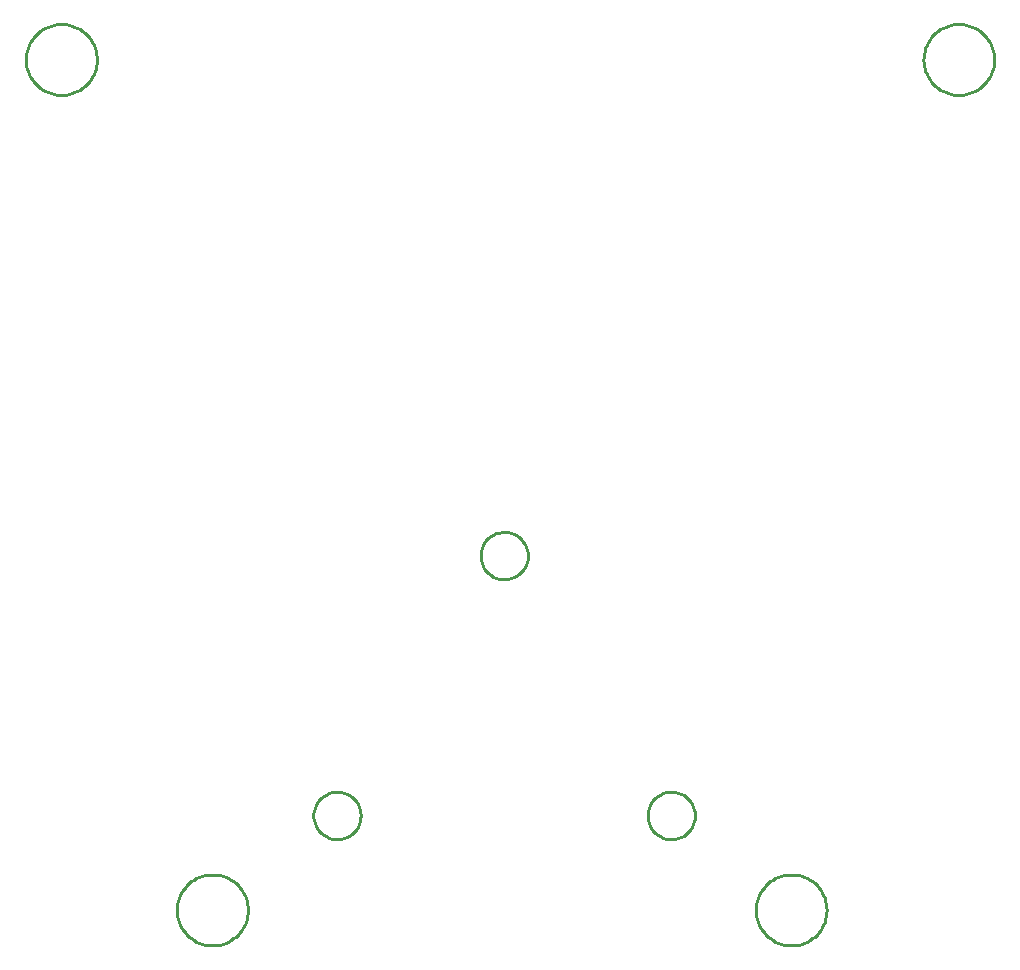
<source format=gbo>
G04*
G04 #@! TF.GenerationSoftware,Altium Limited,Altium Designer,22.1.2 (22)*
G04*
G04 Layer_Color=32896*
%FSLAX25Y25*%
%MOIN*%
G70*
G04*
G04 #@! TF.SameCoordinates,0AB73392-B4F8-4B41-AFD0-4ADCA8AC720B*
G04*
G04*
G04 #@! TF.FilePolarity,Positive*
G04*
G01*
G75*
%ADD10C,0.01000*%
D10*
X280709Y15748D02*
X280666Y16750D01*
X280539Y17744D01*
X280328Y18724D01*
X280034Y19683D01*
X279660Y20613D01*
X279209Y21508D01*
X278683Y22362D01*
X278087Y23168D01*
X277425Y23921D01*
X276701Y24614D01*
X275921Y25244D01*
X275090Y25806D01*
X274215Y26294D01*
X273301Y26707D01*
X272356Y27041D01*
X271386Y27294D01*
X270398Y27463D01*
X269399Y27548D01*
X268396D01*
X267397Y27463D01*
X266409Y27294D01*
X265439Y27041D01*
X264494Y26707D01*
X263580Y26294D01*
X262705Y25806D01*
X261874Y25244D01*
X261094Y24614D01*
X260371Y23921D01*
X259708Y23168D01*
X259112Y22362D01*
X258586Y21508D01*
X258135Y20613D01*
X257761Y19683D01*
X257468Y18724D01*
X257257Y17744D01*
X257129Y16750D01*
X257087Y15748D01*
X257129Y14746D01*
X257257Y13752D01*
X257468Y12772D01*
X257761Y11813D01*
X258135Y10883D01*
X258586Y9988D01*
X259112Y9134D01*
X259708Y8328D01*
X260371Y7576D01*
X261094Y6882D01*
X261874Y6252D01*
X262705Y5691D01*
X263580Y5202D01*
X264494Y4789D01*
X265439Y4455D01*
X266409Y4202D01*
X267397Y4033D01*
X268396Y3948D01*
X269399D01*
X270398Y4033D01*
X271386Y4202D01*
X272356Y4455D01*
X273302Y4789D01*
X274215Y5202D01*
X275090Y5691D01*
X275921Y6252D01*
X276701Y6882D01*
X277425Y7576D01*
X278087Y8328D01*
X278683Y9134D01*
X279209Y9988D01*
X279660Y10883D01*
X280034Y11813D01*
X280328Y12772D01*
X280539Y13752D01*
X280666Y14746D01*
X280709Y15748D01*
X87795D02*
X87753Y16750D01*
X87625Y17744D01*
X87414Y18724D01*
X87121Y19683D01*
X86747Y20613D01*
X86295Y21508D01*
X85770Y22362D01*
X85174Y23168D01*
X84511Y23921D01*
X83788Y24614D01*
X83008Y25244D01*
X82177Y25806D01*
X81302Y26294D01*
X80388Y26707D01*
X79443Y27041D01*
X78473Y27294D01*
X77485Y27463D01*
X76486Y27548D01*
X75483D01*
X74484Y27463D01*
X73496Y27294D01*
X72526Y27041D01*
X71580Y26707D01*
X70667Y26294D01*
X69792Y25806D01*
X68961Y25244D01*
X68181Y24614D01*
X67457Y23921D01*
X66795Y23168D01*
X66199Y22362D01*
X65673Y21508D01*
X65222Y20613D01*
X64848Y19683D01*
X64554Y18724D01*
X64343Y17744D01*
X64216Y16750D01*
X64173Y15748D01*
X64216Y14746D01*
X64343Y13752D01*
X64554Y12772D01*
X64848Y11813D01*
X65222Y10883D01*
X65673Y9988D01*
X66199Y9134D01*
X66795Y8328D01*
X67457Y7576D01*
X68181Y6882D01*
X68961Y6252D01*
X69792Y5691D01*
X70667Y5202D01*
X71580Y4789D01*
X72526Y4455D01*
X73496Y4202D01*
X74484Y4033D01*
X75483Y3948D01*
X76486D01*
X77485Y4033D01*
X78473Y4202D01*
X79443Y4455D01*
X80388Y4789D01*
X81302Y5202D01*
X82177Y5691D01*
X83008Y6252D01*
X83788Y6882D01*
X84511Y7576D01*
X85174Y8328D01*
X85770Y9134D01*
X86295Y9988D01*
X86747Y10883D01*
X87121Y11813D01*
X87414Y12772D01*
X87625Y13752D01*
X87753Y14746D01*
X87795Y15748D01*
X181102Y133858D02*
X181038Y134865D01*
X180845Y135855D01*
X180527Y136813D01*
X180089Y137722D01*
X179539Y138568D01*
X178885Y139336D01*
X178138Y140014D01*
X177310Y140592D01*
X176416Y141058D01*
X175469Y141407D01*
X174485Y141631D01*
X173481Y141728D01*
X172472Y141696D01*
X171476Y141535D01*
X170509Y141248D01*
X169586Y140839D01*
X168723Y140316D01*
X167935Y139687D01*
X167233Y138962D01*
X166629Y138154D01*
X166134Y137275D01*
X165755Y136339D01*
X165499Y135363D01*
X165371Y134363D01*
Y133354D01*
X165499Y132353D01*
X165755Y131377D01*
X166134Y130442D01*
X166629Y129563D01*
X167233Y128754D01*
X167935Y128029D01*
X168723Y127400D01*
X169586Y126877D01*
X170509Y126469D01*
X171476Y126182D01*
X172472Y126021D01*
X173481Y125988D01*
X174485Y126085D01*
X175469Y126310D01*
X176416Y126658D01*
X177310Y127125D01*
X178138Y127702D01*
X178885Y128380D01*
X179539Y129149D01*
X180089Y129994D01*
X180527Y130903D01*
X180845Y131861D01*
X181038Y132851D01*
X181102Y133858D01*
X125394Y47244D02*
X125329Y48251D01*
X125136Y49241D01*
X124818Y50199D01*
X124381Y51108D01*
X123830Y51954D01*
X123176Y52722D01*
X122429Y53400D01*
X121601Y53978D01*
X120707Y54444D01*
X119760Y54793D01*
X118776Y55017D01*
X117772Y55114D01*
X116764Y55082D01*
X115768Y54921D01*
X114800Y54634D01*
X113878Y54225D01*
X113015Y53702D01*
X112226Y53073D01*
X111524Y52348D01*
X110921Y51540D01*
X110425Y50661D01*
X110047Y49725D01*
X109791Y48749D01*
X109662Y47749D01*
Y46740D01*
X109791Y45739D01*
X110047Y44763D01*
X110425Y43828D01*
X110921Y42948D01*
X111524Y42140D01*
X112226Y41415D01*
X113015Y40786D01*
X113878Y40263D01*
X114800Y39855D01*
X115768Y39568D01*
X116764Y39406D01*
X117772Y39374D01*
X118776Y39471D01*
X119760Y39696D01*
X120707Y40044D01*
X121601Y40511D01*
X122429Y41088D01*
X123176Y41766D01*
X123830Y42535D01*
X124381Y43380D01*
X124818Y44289D01*
X125136Y45247D01*
X125329Y46237D01*
X125394Y47244D01*
X236811Y47244D02*
X236746Y48251D01*
X236554Y49241D01*
X236236Y50199D01*
X235798Y51108D01*
X235247Y51954D01*
X234593Y52722D01*
X233846Y53400D01*
X233019Y53978D01*
X232124Y54444D01*
X231177Y54793D01*
X230194Y55017D01*
X229189Y55114D01*
X228181Y55082D01*
X227185Y54921D01*
X226218Y54634D01*
X225295Y54225D01*
X224432Y53702D01*
X223643Y53073D01*
X222941Y52348D01*
X222338Y51540D01*
X221843Y50661D01*
X221464Y49725D01*
X221208Y48749D01*
X221079Y47749D01*
Y46740D01*
X221208Y45739D01*
X221464Y44763D01*
X221843Y43828D01*
X222338Y42948D01*
X222941Y42140D01*
X223643Y41415D01*
X224432Y40786D01*
X225295Y40263D01*
X226218Y39855D01*
X227185Y39568D01*
X228181Y39406D01*
X229189Y39374D01*
X230194Y39471D01*
X231177Y39696D01*
X232124Y40044D01*
X233019Y40511D01*
X233846Y41088D01*
X234593Y41766D01*
X235247Y42535D01*
X235798Y43380D01*
X236236Y44289D01*
X236554Y45247D01*
X236746Y46237D01*
X236811Y47244D01*
X37402Y299213D02*
X37359Y300214D01*
X37232Y301209D01*
X37020Y302189D01*
X36727Y303147D01*
X36353Y304078D01*
X35902Y304973D01*
X35376Y305826D01*
X34780Y306632D01*
X34118Y307385D01*
X33394Y308079D01*
X32614Y308709D01*
X31783Y309270D01*
X30908Y309759D01*
X29994Y310172D01*
X29049Y310506D01*
X28079Y310758D01*
X27091Y310928D01*
X26092Y311013D01*
X25089D01*
X24090Y310928D01*
X23102Y310758D01*
X22132Y310506D01*
X21187Y310172D01*
X20273Y309759D01*
X19398Y309270D01*
X18567Y308709D01*
X17787Y308079D01*
X17063Y307385D01*
X16401Y306632D01*
X15805Y305826D01*
X15279Y304973D01*
X14828Y304078D01*
X14454Y303147D01*
X14161Y302189D01*
X13949Y301209D01*
X13822Y300214D01*
X13780Y299213D01*
X13822Y298211D01*
X13949Y297217D01*
X14161Y296236D01*
X14454Y295278D01*
X14828Y294348D01*
X15279Y293452D01*
X15805Y292599D01*
X16401Y291793D01*
X17063Y291040D01*
X17787Y290346D01*
X18567Y289717D01*
X19398Y289155D01*
X20273Y288666D01*
X21187Y288253D01*
X22132Y287919D01*
X23102Y287667D01*
X24090Y287497D01*
X25089Y287412D01*
X26092D01*
X27091Y287497D01*
X28079Y287667D01*
X29049Y287919D01*
X29994Y288253D01*
X30908Y288666D01*
X31783Y289155D01*
X32614Y289717D01*
X33394Y290346D01*
X34118Y291040D01*
X34780Y291793D01*
X35376Y292599D01*
X35902Y293452D01*
X36353Y294348D01*
X36727Y295278D01*
X37020Y296236D01*
X37232Y297217D01*
X37359Y298211D01*
X37402Y299213D01*
X336614D02*
X336572Y300214D01*
X336444Y301209D01*
X336233Y302189D01*
X335940Y303147D01*
X335566Y304078D01*
X335114Y304973D01*
X334589Y305826D01*
X333993Y306632D01*
X333330Y307385D01*
X332606Y308079D01*
X331826Y308709D01*
X330996Y309270D01*
X330120Y309759D01*
X329207Y310172D01*
X328262Y310506D01*
X327291Y310758D01*
X326303Y310928D01*
X325304Y311013D01*
X324302D01*
X323303Y310928D01*
X322315Y310758D01*
X321345Y310506D01*
X320399Y310172D01*
X319486Y309759D01*
X318611Y309270D01*
X317780Y308709D01*
X317000Y308079D01*
X316276Y307385D01*
X315614Y306632D01*
X315018Y305826D01*
X314492Y304973D01*
X314041Y304078D01*
X313667Y303147D01*
X313373Y302189D01*
X313162Y301209D01*
X313035Y300214D01*
X312992Y299213D01*
X313035Y298211D01*
X313162Y297217D01*
X313373Y296236D01*
X313667Y295278D01*
X314041Y294348D01*
X314492Y293452D01*
X315018Y292599D01*
X315614Y291793D01*
X316276Y291040D01*
X317000Y290346D01*
X317780Y289717D01*
X318611Y289155D01*
X319486Y288666D01*
X320399Y288253D01*
X321345Y287919D01*
X322315Y287667D01*
X323303Y287497D01*
X324302Y287412D01*
X325304D01*
X326303Y287497D01*
X327291Y287667D01*
X328262Y287919D01*
X329207Y288253D01*
X330120Y288666D01*
X330996Y289155D01*
X331826Y289717D01*
X332606Y290346D01*
X333330Y291040D01*
X333993Y291793D01*
X334589Y292599D01*
X335114Y293452D01*
X335566Y294348D01*
X335940Y295278D01*
X336233Y296236D01*
X336444Y297217D01*
X336572Y298211D01*
X336614Y299213D01*
M02*

</source>
